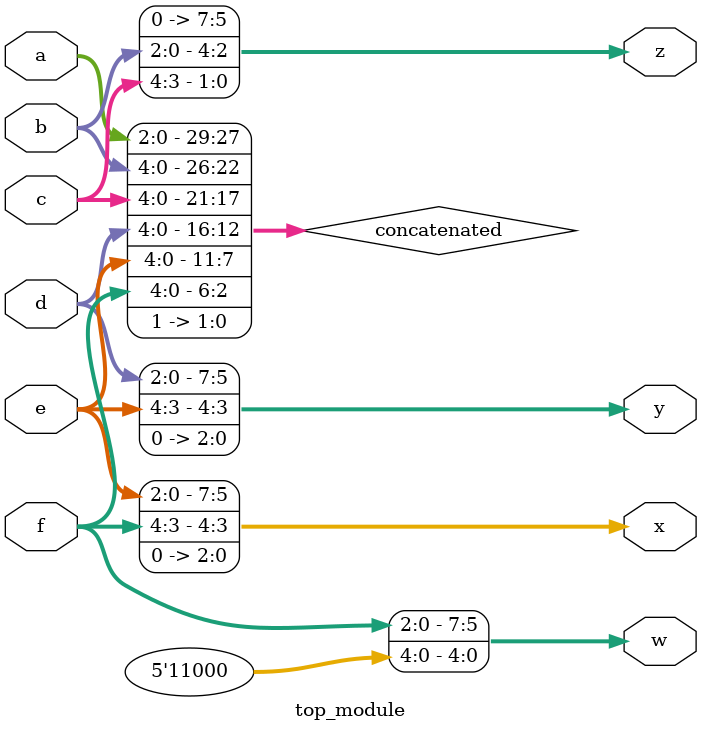
<source format=sv>
module top_module (
    input [4:0] a,
    input [4:0] b,
    input [4:0] c,
    input [4:0] d,
    input [4:0] e,
    input [4:0] f,
    output [7:0] w,
    output [7:0] x,
    output [7:0] y,
    output [7:0] z
);

wire [29:0] concatenated;

assign concatenated = {a, b, c, d, e, f, 2'b11};

assign w = {concatenated[4:0], 3'b000};
assign x = {concatenated[9:5], 3'b000};
assign y = {concatenated[14:10], 3'b000};
assign z = {2'b00, concatenated[24:20]};

endmodule

</source>
